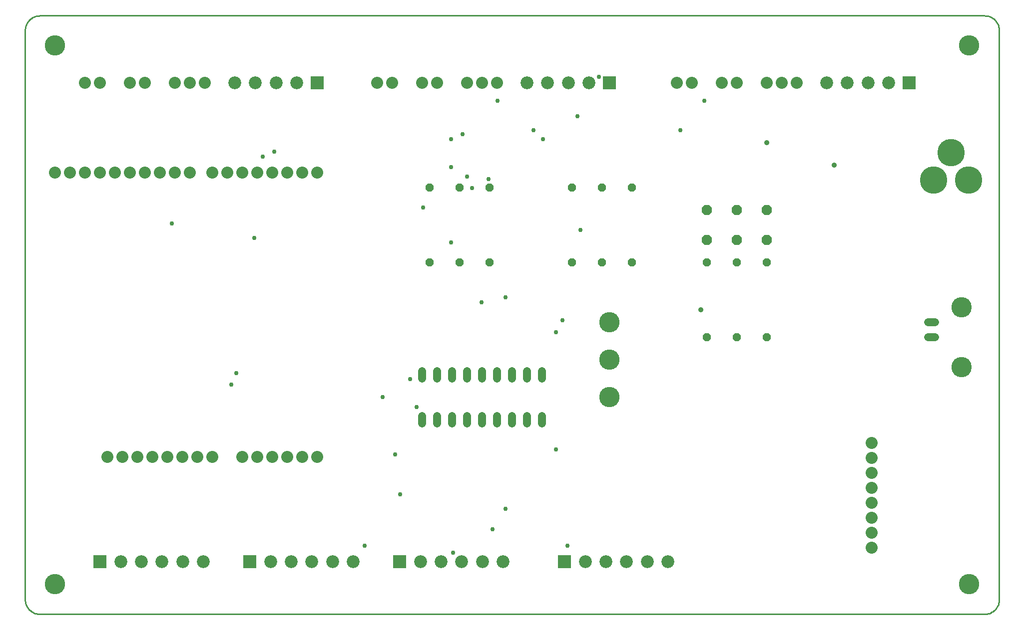
<source format=gbs>
G04 EAGLE Gerber RS-274X export*
G75*
%MOIN*%
%FSLAX24Y24*%
%LPD*%
%INBottom Soldermask*%
%IPPOS*%
%AMOC8*
5,1,8,0,0,1.08239X$1,22.5*%
G01*
%ADD10C,0.080000*%
%ADD11R,0.086000X0.086000*%
%ADD12C,0.086000*%
%ADD13C,0.183000*%
%ADD14P,0.058449X8X112.500000*%
%ADD15P,0.058449X8X292.500000*%
%ADD16C,0.136000*%
%ADD17C,0.053496*%
%ADD18C,0.135921*%
%ADD19C,0.054000*%
%ADD20P,0.074685X8X112.500000*%
%ADD21C,0.030000*%
%ADD22C,0.035780*%
%ADD23C,0.010000*%


D10*
X7500Y10500D03*
X8500Y10500D03*
X9500Y10500D03*
X10500Y10500D03*
X11500Y10500D03*
X12500Y10500D03*
X14500Y10500D03*
X15500Y10500D03*
X16500Y10500D03*
X17500Y10500D03*
X18500Y10500D03*
X19500Y10500D03*
X19500Y29500D03*
X18500Y29500D03*
X17500Y29500D03*
X16500Y29500D03*
X15500Y29500D03*
X14500Y29500D03*
X13500Y29500D03*
X12500Y29500D03*
X11000Y29500D03*
X10000Y29500D03*
X9000Y29500D03*
X8000Y29500D03*
X7000Y29500D03*
X6000Y29500D03*
X5000Y29500D03*
X4000Y29500D03*
X3000Y29500D03*
X2000Y29500D03*
X6500Y10500D03*
X5500Y10500D03*
D11*
X59000Y35500D03*
D12*
X57622Y35500D03*
X56244Y35500D03*
X54866Y35500D03*
X53488Y35500D03*
D10*
X44500Y35500D03*
X43500Y35500D03*
D11*
X19500Y35500D03*
D12*
X18122Y35500D03*
X16744Y35500D03*
X15366Y35500D03*
X13988Y35500D03*
D10*
X12000Y35500D03*
X11000Y35500D03*
X10000Y35500D03*
X56500Y11450D03*
X56500Y10450D03*
X56500Y9450D03*
X56500Y8450D03*
X56500Y7450D03*
X56500Y6450D03*
X56500Y5450D03*
X56500Y4450D03*
D13*
X60606Y29000D03*
X62969Y29000D03*
X61787Y30850D03*
D10*
X8000Y35500D03*
X7000Y35500D03*
D11*
X5000Y3500D03*
D12*
X6378Y3500D03*
X7756Y3500D03*
X9134Y3500D03*
X10512Y3500D03*
X11890Y3500D03*
D10*
X5000Y35500D03*
X4000Y35500D03*
D11*
X36000Y3500D03*
D12*
X37378Y3500D03*
X38756Y3500D03*
X40134Y3500D03*
X41512Y3500D03*
X42890Y3500D03*
D11*
X39000Y35500D03*
D12*
X37622Y35500D03*
X36244Y35500D03*
X34866Y35500D03*
X33488Y35500D03*
D10*
X31500Y35500D03*
X30500Y35500D03*
X29500Y35500D03*
X51500Y35500D03*
X50500Y35500D03*
X49500Y35500D03*
X27500Y35500D03*
X26500Y35500D03*
X24500Y35500D03*
X23500Y35500D03*
X47500Y35500D03*
X46500Y35500D03*
D11*
X15000Y3500D03*
D12*
X16378Y3500D03*
X17756Y3500D03*
X19134Y3500D03*
X20512Y3500D03*
X21890Y3500D03*
D11*
X25000Y3500D03*
D12*
X26378Y3500D03*
X27756Y3500D03*
X29134Y3500D03*
X30512Y3500D03*
X31890Y3500D03*
D14*
X40500Y23500D03*
X40500Y28500D03*
X38500Y23500D03*
X38500Y28500D03*
D15*
X27000Y28500D03*
X27000Y23500D03*
X29000Y28500D03*
X29000Y23500D03*
D14*
X36500Y23500D03*
X36500Y28500D03*
D15*
X31000Y28500D03*
X31000Y23500D03*
D16*
X39000Y14500D03*
X39000Y17000D03*
X39000Y19500D03*
X2000Y38000D03*
X63000Y2000D03*
X63000Y38000D03*
X2000Y2000D03*
D17*
X60263Y19500D02*
X60737Y19500D01*
X60737Y18500D02*
X60263Y18500D01*
D18*
X62500Y20500D03*
X62500Y16500D03*
D19*
X26500Y13240D02*
X26500Y12760D01*
X27500Y12760D02*
X27500Y13240D01*
X28500Y13240D02*
X28500Y12760D01*
X29500Y12760D02*
X29500Y13240D01*
X30500Y13240D02*
X30500Y12760D01*
X31500Y12760D02*
X31500Y13240D01*
X32500Y13240D02*
X32500Y12760D01*
X33500Y12760D02*
X33500Y13240D01*
X34500Y13240D02*
X34500Y12760D01*
X34500Y15760D02*
X34500Y16240D01*
X33500Y16240D02*
X33500Y15760D01*
X32500Y15760D02*
X32500Y16240D01*
X31500Y16240D02*
X31500Y15760D01*
X30500Y15760D02*
X30500Y16240D01*
X29500Y16240D02*
X29500Y15760D01*
X28500Y15760D02*
X28500Y16240D01*
X27500Y16240D02*
X27500Y15760D01*
X26500Y15760D02*
X26500Y16240D01*
D15*
X47500Y23500D03*
X47500Y18500D03*
X49500Y23500D03*
X49500Y18500D03*
X45500Y23500D03*
X45500Y18500D03*
D20*
X45500Y25000D03*
X45500Y27000D03*
X47500Y25000D03*
X47500Y27000D03*
X49500Y25000D03*
X49500Y27000D03*
D21*
X43725Y32340D03*
X33935Y32340D03*
X29205Y32065D03*
X16610Y30910D03*
X14080Y16115D03*
X37070Y25685D03*
X30910Y29095D03*
X29480Y29260D03*
X25685Y15730D03*
X30470Y20845D03*
X23870Y14520D03*
X13750Y15345D03*
X35855Y19655D03*
X24695Y10670D03*
X35420Y18855D03*
X26125Y13860D03*
X25025Y8030D03*
X9790Y26125D03*
X35420Y11000D03*
X28545Y4125D03*
X15290Y25135D03*
X31185Y5665D03*
X32065Y7040D03*
X36190Y4565D03*
X22660Y4565D03*
X32065Y21175D03*
X45320Y34320D03*
X28435Y24860D03*
X36850Y33275D03*
X34540Y31735D03*
X28435Y31735D03*
X26565Y27170D03*
X38280Y35915D03*
D22*
X49500Y31500D03*
X54000Y30000D03*
D21*
X29810Y28490D03*
X28435Y29865D03*
X15840Y30580D03*
X31515Y34320D03*
D22*
X45100Y20350D03*
D23*
X0Y1000D02*
X4Y913D01*
X15Y826D01*
X34Y741D01*
X60Y658D01*
X94Y577D01*
X134Y500D01*
X181Y426D01*
X234Y357D01*
X293Y293D01*
X357Y234D01*
X426Y181D01*
X500Y134D01*
X577Y94D01*
X658Y60D01*
X741Y34D01*
X826Y15D01*
X913Y4D01*
X1000Y0D01*
X64000Y0D01*
X64087Y4D01*
X64174Y15D01*
X64259Y34D01*
X64342Y60D01*
X64423Y94D01*
X64500Y134D01*
X64574Y181D01*
X64643Y234D01*
X64707Y293D01*
X64766Y357D01*
X64819Y426D01*
X64866Y500D01*
X64906Y577D01*
X64940Y658D01*
X64966Y741D01*
X64985Y826D01*
X64996Y913D01*
X65000Y1000D01*
X65000Y39000D01*
X64996Y39087D01*
X64985Y39174D01*
X64966Y39259D01*
X64940Y39342D01*
X64906Y39423D01*
X64866Y39500D01*
X64819Y39574D01*
X64766Y39643D01*
X64707Y39707D01*
X64643Y39766D01*
X64574Y39819D01*
X64500Y39866D01*
X64423Y39906D01*
X64342Y39940D01*
X64259Y39966D01*
X64174Y39985D01*
X64087Y39996D01*
X64000Y40000D01*
X1000Y40000D01*
X913Y39996D01*
X826Y39985D01*
X741Y39966D01*
X658Y39940D01*
X577Y39906D01*
X500Y39866D01*
X426Y39819D01*
X357Y39766D01*
X293Y39707D01*
X234Y39643D01*
X181Y39574D01*
X134Y39500D01*
X94Y39423D01*
X60Y39342D01*
X34Y39259D01*
X15Y39174D01*
X4Y39087D01*
X0Y39000D01*
X0Y1000D01*
M02*

</source>
